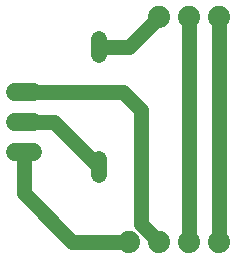
<source format=gbr>
G04 EAGLE Gerber RS-274X export*
G75*
%MOMM*%
%FSLAX34Y34*%
%LPD*%
%INTop Copper*%
%IPPOS*%
%AMOC8*
5,1,8,0,0,1.08239X$1,22.5*%
G01*
%ADD10C,1.320800*%
%ADD11C,1.879600*%
%ADD12C,1.524000*%
%ADD13C,1.270000*%


D10*
X114300Y209804D02*
X114300Y196596D01*
X114300Y108204D02*
X114300Y94996D01*
D11*
X165100Y228600D03*
X190500Y228600D03*
X215900Y228600D03*
X215900Y38100D03*
X190500Y38100D03*
X165100Y38100D03*
X139700Y38100D03*
D12*
X58420Y114300D02*
X43180Y114300D01*
X43180Y139700D02*
X58420Y139700D01*
X58420Y165100D02*
X43180Y165100D01*
D13*
X91900Y38100D02*
X139700Y38100D01*
X50800Y79200D02*
X50800Y114300D01*
X50800Y79200D02*
X91900Y38100D01*
X150000Y53200D02*
X165100Y38100D01*
X150000Y53200D02*
X150000Y150000D01*
X134900Y165100D01*
X50800Y165100D01*
X50800Y139700D02*
X76200Y139700D01*
X114300Y101600D01*
X139700Y203200D02*
X165100Y228600D01*
X139700Y203200D02*
X114300Y203200D01*
X190500Y228600D02*
X190500Y38100D01*
X215900Y38100D02*
X215900Y228600D01*
M02*

</source>
